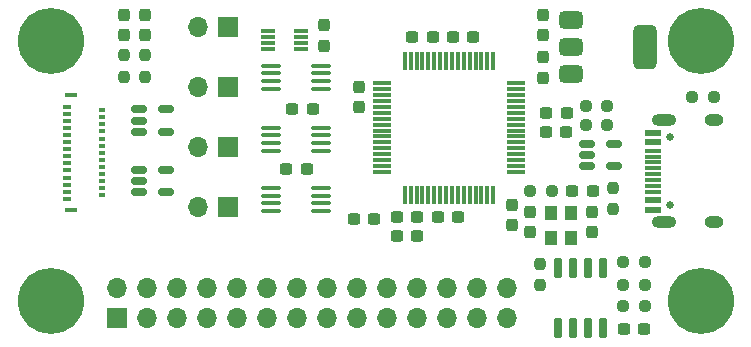
<source format=gbr>
%TF.GenerationSoftware,KiCad,Pcbnew,8.0.4-8.0.4-0~ubuntu24.04.1*%
%TF.CreationDate,2024-08-20T16:18:12-07:00*%
%TF.ProjectId,programmer,70726f67-7261-46d6-9d65-722e6b696361,1.0*%
%TF.SameCoordinates,Original*%
%TF.FileFunction,Soldermask,Top*%
%TF.FilePolarity,Negative*%
%FSLAX46Y46*%
G04 Gerber Fmt 4.6, Leading zero omitted, Abs format (unit mm)*
G04 Created by KiCad (PCBNEW 8.0.4-8.0.4-0~ubuntu24.04.1) date 2024-08-20 16:18:12*
%MOMM*%
%LPD*%
G01*
G04 APERTURE LIST*
G04 Aperture macros list*
%AMRoundRect*
0 Rectangle with rounded corners*
0 $1 Rounding radius*
0 $2 $3 $4 $5 $6 $7 $8 $9 X,Y pos of 4 corners*
0 Add a 4 corners polygon primitive as box body*
4,1,4,$2,$3,$4,$5,$6,$7,$8,$9,$2,$3,0*
0 Add four circle primitives for the rounded corners*
1,1,$1+$1,$2,$3*
1,1,$1+$1,$4,$5*
1,1,$1+$1,$6,$7*
1,1,$1+$1,$8,$9*
0 Add four rect primitives between the rounded corners*
20,1,$1+$1,$2,$3,$4,$5,0*
20,1,$1+$1,$4,$5,$6,$7,0*
20,1,$1+$1,$6,$7,$8,$9,0*
20,1,$1+$1,$8,$9,$2,$3,0*%
G04 Aperture macros list end*
%ADD10RoundRect,0.237500X-0.237500X0.250000X-0.237500X-0.250000X0.237500X-0.250000X0.237500X0.250000X0*%
%ADD11RoundRect,0.237500X-0.237500X0.287500X-0.237500X-0.287500X0.237500X-0.287500X0.237500X0.287500X0*%
%ADD12C,5.600000*%
%ADD13RoundRect,0.237500X-0.300000X-0.237500X0.300000X-0.237500X0.300000X0.237500X-0.300000X0.237500X0*%
%ADD14RoundRect,0.237500X0.250000X0.237500X-0.250000X0.237500X-0.250000X-0.237500X0.250000X-0.237500X0*%
%ADD15R,1.700000X1.700000*%
%ADD16O,1.700000X1.700000*%
%ADD17RoundRect,0.237500X0.237500X-0.300000X0.237500X0.300000X-0.237500X0.300000X-0.237500X-0.300000X0*%
%ADD18RoundRect,0.237500X-0.237500X0.300000X-0.237500X-0.300000X0.237500X-0.300000X0.237500X0.300000X0*%
%ADD19R,0.711200X0.355600*%
%ADD20R,0.558800X0.355600*%
%ADD21R,1.092200X0.406400*%
%ADD22RoundRect,0.375000X-0.625000X-0.375000X0.625000X-0.375000X0.625000X0.375000X-0.625000X0.375000X0*%
%ADD23RoundRect,0.500000X-0.500000X-1.400000X0.500000X-1.400000X0.500000X1.400000X-0.500000X1.400000X0*%
%ADD24RoundRect,0.150000X-0.512500X-0.150000X0.512500X-0.150000X0.512500X0.150000X-0.512500X0.150000X0*%
%ADD25RoundRect,0.237500X-0.250000X-0.237500X0.250000X-0.237500X0.250000X0.237500X-0.250000X0.237500X0*%
%ADD26RoundRect,0.237500X0.300000X0.237500X-0.300000X0.237500X-0.300000X-0.237500X0.300000X-0.237500X0*%
%ADD27R,1.100000X1.300000*%
%ADD28RoundRect,0.100000X0.712500X0.100000X-0.712500X0.100000X-0.712500X-0.100000X0.712500X-0.100000X0*%
%ADD29RoundRect,0.075000X0.700000X0.075000X-0.700000X0.075000X-0.700000X-0.075000X0.700000X-0.075000X0*%
%ADD30RoundRect,0.075000X0.075000X0.700000X-0.075000X0.700000X-0.075000X-0.700000X0.075000X-0.700000X0*%
%ADD31RoundRect,0.150000X-0.150000X0.725000X-0.150000X-0.725000X0.150000X-0.725000X0.150000X0.725000X0*%
%ADD32RoundRect,0.087500X0.537500X0.087500X-0.537500X0.087500X-0.537500X-0.087500X0.537500X-0.087500X0*%
%ADD33O,1.600000X1.000000*%
%ADD34O,2.100000X1.000000*%
%ADD35R,1.450000X0.600000*%
%ADD36R,1.450000X0.300000*%
%ADD37C,0.650000*%
G04 APERTURE END LIST*
D10*
%TO.C,R11*%
X50200000Y-25187500D03*
X50200000Y-27012500D03*
%TD*%
%TO.C,R10*%
X52000000Y-25187500D03*
X52000000Y-27012500D03*
%TD*%
D11*
%TO.C,D5*%
X50200000Y-21725000D03*
X50200000Y-23475000D03*
%TD*%
%TO.C,D4*%
X52000000Y-21725000D03*
X52000000Y-23475000D03*
%TD*%
D12*
%TO.C,H4*%
X44000000Y-24000000D03*
%TD*%
%TO.C,H3*%
X99000000Y-24000000D03*
%TD*%
%TO.C,H2*%
X99000000Y-46000000D03*
%TD*%
%TO.C,H1*%
X44000000Y-46000000D03*
%TD*%
D13*
%TO.C,C16*%
X73300000Y-38900000D03*
X75025000Y-38900000D03*
%TD*%
D14*
%TO.C,R6*%
X94277500Y-46400000D03*
X92452500Y-46400000D03*
%TD*%
%TO.C,R8*%
X92452500Y-42700000D03*
X94277500Y-42700000D03*
%TD*%
D15*
%TO.C,JP4*%
X59020000Y-27840000D03*
D16*
X56480000Y-27840000D03*
%TD*%
D13*
%TO.C,C10*%
X74600000Y-23600000D03*
X76325000Y-23600000D03*
%TD*%
D17*
%TO.C,C9*%
X67100000Y-24362500D03*
X67100000Y-22637500D03*
%TD*%
D18*
%TO.C,C4*%
X84600000Y-38437500D03*
X84600000Y-40162500D03*
%TD*%
D17*
%TO.C,C7*%
X85650000Y-27062500D03*
X85650000Y-25337500D03*
%TD*%
D15*
%TO.C,J_EXT2*%
X49600000Y-47440000D03*
D16*
X49600000Y-44900000D03*
X52140000Y-47440000D03*
X52140000Y-44900000D03*
X54680000Y-47440000D03*
X54680000Y-44900000D03*
X57220000Y-47440000D03*
X57220000Y-44900000D03*
X59760000Y-47440000D03*
X59760000Y-44900000D03*
X62300000Y-47440000D03*
X62300000Y-44900000D03*
X64840000Y-47440000D03*
X64840000Y-44900000D03*
X67380000Y-47440000D03*
X67380000Y-44900000D03*
X69920000Y-47440000D03*
X69920000Y-44900000D03*
X72460000Y-47440000D03*
X72460000Y-44900000D03*
X75000000Y-47440000D03*
X75000000Y-44900000D03*
X77540000Y-47440000D03*
X77540000Y-44900000D03*
X80080000Y-47440000D03*
X80080000Y-44900000D03*
X82620000Y-47440000D03*
X82620000Y-44900000D03*
%TD*%
D13*
%TO.C,C13*%
X73300000Y-40500000D03*
X75025000Y-40500000D03*
%TD*%
D14*
%TO.C,R3*%
X91112500Y-29500000D03*
X89287500Y-29500000D03*
%TD*%
D19*
%TO.C,J_EXT1*%
X45329995Y-29524999D03*
D20*
X48345005Y-29824999D03*
D19*
X45329995Y-30124998D03*
D20*
X48345005Y-30425000D03*
D19*
X45329995Y-30724999D03*
D20*
X48345005Y-31024999D03*
D19*
X45329995Y-31324998D03*
D20*
X48345005Y-31625000D03*
D19*
X45329995Y-31924999D03*
D20*
X48345005Y-32224999D03*
D19*
X45329995Y-32524998D03*
D20*
X48345005Y-32825000D03*
D19*
X45329995Y-33125000D03*
D20*
X48345005Y-33424999D03*
D19*
X45329995Y-33724998D03*
D20*
X48345005Y-34025000D03*
D19*
X45329995Y-34325000D03*
D20*
X48345005Y-34624999D03*
D19*
X45329995Y-34924999D03*
D20*
X48345005Y-35225000D03*
D19*
X45329995Y-35525000D03*
D20*
X48345005Y-35824999D03*
D19*
X45329995Y-36124999D03*
D20*
X48345005Y-36425001D03*
D19*
X45329995Y-36725000D03*
D20*
X48345005Y-37024999D03*
D19*
X45329995Y-37324999D03*
D21*
X45696684Y-28549997D03*
X45696684Y-38300001D03*
%TD*%
D22*
%TO.C,U8*%
X88000000Y-22200000D03*
X88000000Y-24500000D03*
D23*
X94300000Y-24500000D03*
D22*
X88000000Y-26800000D03*
%TD*%
D10*
%TO.C,R9*%
X91600000Y-36387500D03*
X91600000Y-38212500D03*
%TD*%
D24*
%TO.C,D1*%
X89362500Y-32650000D03*
X89362500Y-33600000D03*
X89362500Y-34550000D03*
X91637500Y-34550000D03*
X91637500Y-32650000D03*
%TD*%
D14*
%TO.C,R4*%
X98287500Y-28700000D03*
X100112500Y-28700000D03*
%TD*%
D24*
%TO.C,D2*%
X51462500Y-34850000D03*
X51462500Y-35800000D03*
X51462500Y-36750000D03*
X53737500Y-36750000D03*
X53737500Y-34850000D03*
%TD*%
D14*
%TO.C,R7*%
X94277500Y-44600000D03*
X92452500Y-44600000D03*
%TD*%
D25*
%TO.C,R2*%
X86412500Y-36700000D03*
X84587500Y-36700000D03*
%TD*%
D26*
%TO.C,C12*%
X78462500Y-38900000D03*
X76737500Y-38900000D03*
%TD*%
D14*
%TO.C,R1*%
X91112500Y-31100000D03*
X89287500Y-31100000D03*
%TD*%
D27*
%TO.C,Y1*%
X86375000Y-38557910D03*
X86375000Y-40657910D03*
X88025000Y-40657910D03*
X88025000Y-38557910D03*
%TD*%
D28*
%TO.C,U6*%
X66875000Y-33250000D03*
X66875000Y-32600000D03*
X66875000Y-31950000D03*
X66875000Y-31300000D03*
X62650000Y-31300000D03*
X62650000Y-31950000D03*
X62650000Y-32600000D03*
X62650000Y-33250000D03*
%TD*%
D18*
%TO.C,C6*%
X85650000Y-21737500D03*
X85650000Y-23462500D03*
%TD*%
D17*
%TO.C,C3*%
X70100000Y-29562500D03*
X70100000Y-27837500D03*
%TD*%
D18*
%TO.C,C15*%
X83000000Y-37837500D03*
X83000000Y-39562500D03*
%TD*%
D15*
%TO.C,JP2*%
X59020000Y-22760000D03*
D16*
X56480000Y-22760000D03*
%TD*%
D13*
%TO.C,C1*%
X85882910Y-31645410D03*
X87607910Y-31645410D03*
%TD*%
D29*
%TO.C,U1*%
X83375000Y-35050000D03*
X83375000Y-34550000D03*
X83375000Y-34050000D03*
X83375000Y-33550000D03*
X83375000Y-33050000D03*
X83375000Y-32550000D03*
X83375000Y-32050000D03*
X83375000Y-31550000D03*
X83375000Y-31050000D03*
X83375000Y-30550000D03*
X83375000Y-30050000D03*
X83375000Y-29550000D03*
X83375000Y-29050000D03*
X83375000Y-28550000D03*
X83375000Y-28050000D03*
X83375000Y-27550000D03*
D30*
X81450000Y-25625000D03*
X80950000Y-25625000D03*
X80450000Y-25625000D03*
X79950000Y-25625000D03*
X79450000Y-25625000D03*
X78950000Y-25625000D03*
X78450000Y-25625000D03*
X77950000Y-25625000D03*
X77450000Y-25625000D03*
X76950000Y-25625000D03*
X76450000Y-25625000D03*
X75950000Y-25625000D03*
X75450000Y-25625000D03*
X74950000Y-25625000D03*
X74450000Y-25625000D03*
X73950000Y-25625000D03*
D29*
X72025000Y-27550000D03*
X72025000Y-28050000D03*
X72025000Y-28550000D03*
X72025000Y-29050000D03*
X72025000Y-29550000D03*
X72025000Y-30050000D03*
X72025000Y-30550000D03*
X72025000Y-31050000D03*
X72025000Y-31550000D03*
X72025000Y-32050000D03*
X72025000Y-32550000D03*
X72025000Y-33050000D03*
X72025000Y-33550000D03*
X72025000Y-34050000D03*
X72025000Y-34550000D03*
X72025000Y-35050000D03*
D30*
X73950000Y-36975000D03*
X74450000Y-36975000D03*
X74950000Y-36975000D03*
X75450000Y-36975000D03*
X75950000Y-36975000D03*
X76450000Y-36975000D03*
X76950000Y-36975000D03*
X77450000Y-36975000D03*
X77950000Y-36975000D03*
X78450000Y-36975000D03*
X78950000Y-36975000D03*
X79450000Y-36975000D03*
X79950000Y-36975000D03*
X80450000Y-36975000D03*
X80950000Y-36975000D03*
X81450000Y-36975000D03*
%TD*%
D26*
%TO.C,C14*%
X65662500Y-34800000D03*
X63937500Y-34800000D03*
%TD*%
D31*
%TO.C,U3*%
X90770000Y-43150000D03*
X89500000Y-43150000D03*
X88230000Y-43150000D03*
X86960000Y-43150000D03*
X86960000Y-48300000D03*
X88230000Y-48300000D03*
X89500000Y-48300000D03*
X90770000Y-48300000D03*
%TD*%
D26*
%TO.C,C11*%
X79762500Y-23600000D03*
X78037500Y-23600000D03*
%TD*%
%TO.C,C18*%
X66162500Y-29700000D03*
X64437500Y-29700000D03*
%TD*%
D10*
%TO.C,R5*%
X85365000Y-42812500D03*
X85365000Y-44637500D03*
%TD*%
D26*
%TO.C,C8*%
X71362500Y-39000000D03*
X69637500Y-39000000D03*
%TD*%
%TO.C,C19*%
X94227500Y-48325000D03*
X92502500Y-48325000D03*
%TD*%
D13*
%TO.C,C17*%
X85937500Y-30100000D03*
X87662500Y-30100000D03*
%TD*%
D18*
%TO.C,C5*%
X89800000Y-38437500D03*
X89800000Y-40162500D03*
%TD*%
D15*
%TO.C,JP1*%
X59020000Y-32920000D03*
D16*
X56480000Y-32920000D03*
%TD*%
D15*
%TO.C,JP3*%
X59020000Y-38000000D03*
D16*
X56480000Y-38000000D03*
%TD*%
D13*
%TO.C,C2*%
X88137500Y-36700000D03*
X89862500Y-36700000D03*
%TD*%
D24*
%TO.C,D3*%
X51462500Y-29750000D03*
X51462500Y-30700000D03*
X51462500Y-31650000D03*
X53737500Y-31650000D03*
X53737500Y-29750000D03*
%TD*%
D28*
%TO.C,U5*%
X66875000Y-38350000D03*
X66875000Y-37700000D03*
X66875000Y-37050000D03*
X66875000Y-36400000D03*
X62650000Y-36400000D03*
X62650000Y-37050000D03*
X62650000Y-37700000D03*
X62650000Y-38350000D03*
%TD*%
%TO.C,U4*%
X66862500Y-28000000D03*
X66862500Y-27350000D03*
X66862500Y-26700000D03*
X66862500Y-26050000D03*
X62637500Y-26050000D03*
X62637500Y-26700000D03*
X62637500Y-27350000D03*
X62637500Y-28000000D03*
%TD*%
D32*
%TO.C,U2*%
X65200000Y-24650000D03*
X65200000Y-24150000D03*
X65200000Y-23650000D03*
X65200000Y-23150000D03*
X62400000Y-23150000D03*
X62400000Y-23650000D03*
X62400000Y-24150000D03*
X62400000Y-24650000D03*
%TD*%
D33*
%TO.C,J1*%
X100100000Y-30680000D03*
D34*
X95920000Y-30680000D03*
D33*
X100100000Y-39320000D03*
D34*
X95920000Y-39320000D03*
D35*
X95005000Y-38250000D03*
X95005000Y-37450000D03*
D36*
X95005000Y-36750000D03*
X95005000Y-35750000D03*
X95005000Y-34250000D03*
X95005000Y-33250000D03*
D35*
X95005000Y-32550000D03*
X95005000Y-31750000D03*
X95005000Y-31750000D03*
X95005000Y-32550000D03*
D36*
X95005000Y-33750000D03*
X95005000Y-34750000D03*
X95005000Y-35250000D03*
X95005000Y-36250000D03*
D35*
X95005000Y-37450000D03*
X95005000Y-38250000D03*
D37*
X96450000Y-32110000D03*
X96450000Y-37890000D03*
%TD*%
M02*

</source>
